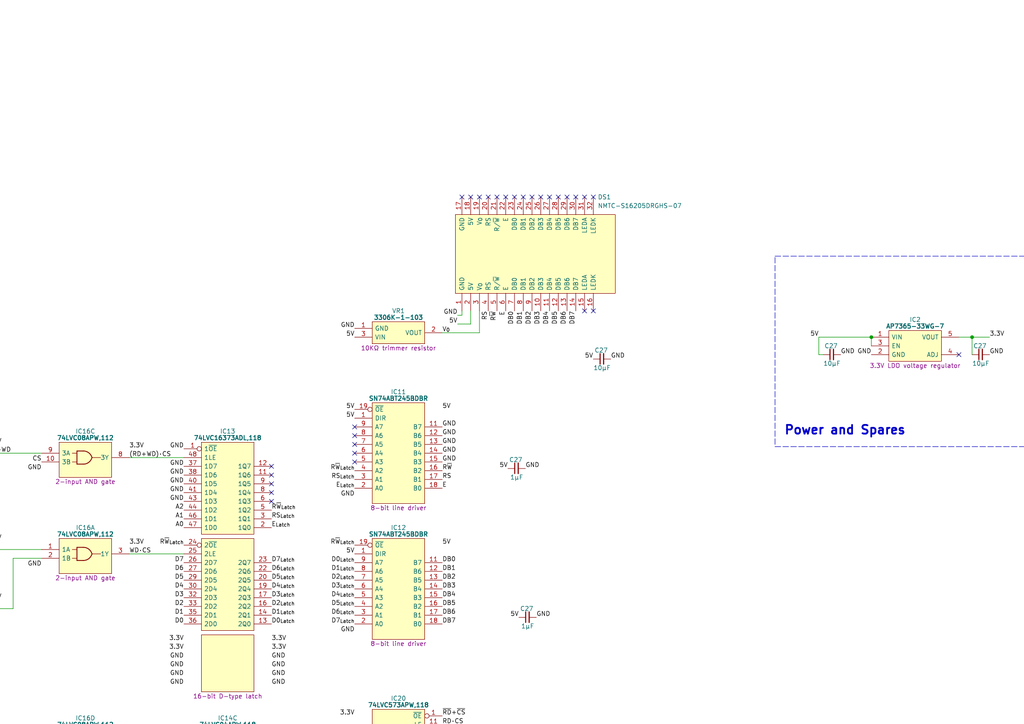
<source format=kicad_sch>
(kicad_sch (version 20230121) (generator eeschema)
  (paper "A4")
  (lib_symbols
    (symbol "Bourns:3306K-1-103" (pin_names (offset 0.762))
      (property "Reference" "VR" (at 12.7 5.08 0))
      (property "Value" "3306K-1-103" (at 12.7 3.175 0))
      (property "Description" "10KΩ trimmer resistor" (at 12.7 -5.715 0))
      (symbol "3306K-1-103_0_0"
        (pin passive line (at 0 0 0) (length 5.08) (name "GND") (number "1"))
        (pin passive line (at 25.4 -1.27 180) (length 5.08) (name "VOUT") (number "2"))
        (pin passive line (at 0 -2.54 0) (length 5.08) (name "VIN") (number "3"))
      )
      (symbol "3306K-1-103_0_1"
        (polyline (pts (xy 5.08 1.905) (xy 20.32 1.905) (xy 20.32 -4.445) (xy 5.08 -4.445) (xy 5.08 1.905)) (stroke (width 0.1524)) (fill (type background)))
      )
    )
    (symbol "C_0805_5" (pin_numbers hide) (pin_names (offset 0.254) hide)
      (property "Reference" "C" (at 2.286 2.54 0))
      (property "Value" "?μF" (at 2.54 -2.54 0))
      (symbol "C_0805_5_0_1"
        (polyline (pts (xy 1.9685 -1.4605) (xy 1.9685 1.5875)) (stroke (width 0.3048)))
        (polyline (pts (xy 2.9845 -1.4605) (xy 2.9845 1.5875)) (stroke (width 0.3302)))
      )
      (symbol "C_0805_5_1_1"
        (pin passive line (at 0 0 0) (length 2.032) (name "~") (number "1"))
        (pin passive line (at 5.08 0 180) (length 2.032) (name "~") (number "2"))
      )
    )
    (symbol "Connector_Generic:Conn_02x16_Counter_Clockwise" (pin_names (offset 1.016) hide)
      (property "Reference" "J" (at 1.27 20.32 0))
      (property "Value" "Conn_02x16_Counter_Clockwise" (at 1.27 -22.86 0))
      (symbol "Conn_02x16_Counter_Clockwise_1_1"
        (rectangle (start -1.27 -20.193) (end 0 -20.447) (stroke (width 0.1524)))
        (rectangle (start -1.27 -17.653) (end 0 -17.907) (stroke (width 0.1524)))
        (rectangle (start -1.27 -15.113) (end 0 -15.367) (stroke (width 0.1524)))
        (rectangle (start -1.27 -12.573) (end 0 -12.827) (stroke (width 0.1524)))
        (rectangle (start -1.27 -10.033) (end 0 -10.287) (stroke (width 0.1524)))
        (rectangle (start -1.27 -7.493) (end 0 -7.747) (stroke (width 0.1524)))
        (rectangle (start -1.27 -4.953) (end 0 -5.207) (stroke (width 0.1524)))
        (rectangle (start -1.27 -2.413) (end 0 -2.667) (stroke (width 0.1524)))
        (rectangle (start -1.27 0.127) (end 0 -0.127) (stroke (width 0.1524)))
        (rectangle (start -1.27 2.667) (end 0 2.413) (stroke (width 0.1524)))
        (rectangle (start -1.27 5.207) (end 0 4.953) (stroke (width 0.1524)))
        (rectangle (start -1.27 7.747) (end 0 7.493) (stroke (width 0.1524)))
        (rectangle (start -1.27 10.287) (end 0 10.033) (stroke (width 0.1524)))
        (rectangle (start -1.27 12.827) (end 0 12.573) (stroke (width 0.1524)))
        (rectangle (start -1.27 15.367) (end 0 15.113) (stroke (width 0.1524)))
        (rectangle (start -1.27 17.907) (end 0 17.653) (stroke (width 0.1524)))
        (rectangle (start -1.27 19.05) (end 3.81 -21.59) (stroke (width 0.254)) (fill (type background)))
        (rectangle (start 3.81 -20.193) (end 2.54 -20.447) (stroke (width 0.1524)))
        (rectangle (start 3.81 -17.653) (end 2.54 -17.907) (stroke (width 0.1524)))
        (rectangle (start 3.81 -15.113) (end 2.54 -15.367) (stroke (width 0.1524)))
        (rectangle (start 3.81 -12.573) (end 2.54 -12.827) (stroke (width 0.1524)))
        (rectangle (start 3.81 -10.033) (end 2.54 -10.287) (stroke (width 0.1524)))
        (rectangle (start 3.81 -7.493) (end 2.54 -7.747) (stroke (width 0.1524)))
        (rectangle (start 3.81 -4.953) (end 2.54 -5.207) (stroke (width 0.1524)))
        (rectangle (start 3.81 -2.413) (end 2.54 -2.667) (stroke (width 0.1524)))
        (rectangle (start 3.81 0.127) (end 2.54 -0.127) (stroke (width 0.1524)))
        (rectangle (start 3.81 2.667) (end 2.54 2.413) (stroke (width 0.1524)))
        (rectangle (start 3.81 5.207) (end 2.54 4.953) (stroke (width 0.1524)))
        (rectangle (start 3.81 7.747) (end 2.54 7.493) (stroke (width 0.1524)))
        (rectangle (start 3.81 10.287) (end 2.54 10.033) (stroke (width 0.1524)))
        (rectangle (start 3.81 12.827) (end 2.54 12.573) (stroke (width 0.1524)))
        (rectangle (start 3.81 15.367) (end 2.54 15.113) (stroke (width 0.1524)))
        (rectangle (start 3.81 17.907) (end 2.54 17.653) (stroke (width 0.1524)))
        (pin passive line (at -5.08 17.78 0) (length 3.81) (name "Pin_1") (number "1"))
        (pin passive line (at -5.08 -5.08 0) (length 3.81) (name "Pin_10") (number "10"))
        (pin passive line (at -5.08 -7.62 0) (length 3.81) (name "Pin_11") (number "11"))
        (pin passive line (at -5.08 -10.16 0) (length 3.81) (name "Pin_12") (number "12"))
        (pin passive line (at -5.08 -12.7 0) (length 3.81) (name "Pin_13") (number "13"))
        (pin passive line (at -5.08 -15.24 0) (length 3.81) (name "Pin_14") (number "14"))
        (pin passive line (at -5.08 -17.78 0) (length 3.81) (name "Pin_15") (number "15"))
        (pin passive line (at -5.08 -20.32 0) (length 3.81) (name "Pin_16") (number "16"))
        (pin passive line (at 7.62 -20.32 180) (length 3.81) (name "Pin_17") (number "17"))
        (pin passive line (at 7.62 -17.78 180) (length 3.81) (name "Pin_18") (number "18"))
        (pin passive line (at 7.62 -15.24 180) (length 3.81) (name "Pin_19") (number "19"))
        (pin passive line (at -5.08 15.24 0) (length 3.81) (name "Pin_2") (number "2"))
        (pin passive line (at 7.62 -12.7 180) (length 3.81) (name "Pin_20") (number "20"))
        (pin passive line (at 7.62 -10.16 180) (length 3.81) (name "Pin_21") (number "21"))
        (pin passive line (at 7.62 -7.62 180) (length 3.81) (name "Pin_22") (number "22"))
        (pin passive line (at 7.62 -5.08 180) (length 3.81) (name "Pin_23") (number "23"))
        (pin passive line (at 7.62 -2.54 180) (length 3.81) (name "Pin_24") (number "24"))
        (pin passive line (at 7.62 0 180) (length 3.81) (name "Pin_25") (number "25"))
        (pin passive line (at 7.62 2.54 180) (length 3.81) (name "Pin_26") (number "26"))
        (pin passive line (at 7.62 5.08 180) (length 3.81) (name "Pin_27") (number "27"))
        (pin passive line (at 7.62 7.62 180) (length 3.81) (name "Pin_28") (number "28"))
        (pin passive line (at 7.62 10.16 180) (length 3.81) (name "Pin_29") (number "29"))
        (pin passive line (at -5.08 12.7 0) (length 3.81) (name "Pin_3") (number "3"))
        (pin passive line (at 7.62 12.7 180) (length 3.81) (name "Pin_30") (number "30"))
        (pin passive line (at 7.62 15.24 180) (length 3.81) (name "Pin_31") (number "31"))
        (pin passive line (at 7.62 17.78 180) (length 3.81) (name "Pin_32") (number "32"))
        (pin passive line (at -5.08 10.16 0) (length 3.81) (name "Pin_4") (number "4"))
        (pin passive line (at -5.08 7.62 0) (length 3.81) (name "Pin_5") (number "5"))
        (pin passive line (at -5.08 5.08 0) (length 3.81) (name "Pin_6") (number "6"))
        (pin passive line (at -5.08 2.54 0) (length 3.81) (name "Pin_7") (number "7"))
        (pin passive line (at -5.08 0 0) (length 3.81) (name "Pin_8") (number "8"))
        (pin passive line (at -5.08 -2.54 0) (length 3.81) (name "Pin_9") (number "9"))
      )
    )
    (symbol "Diodes_Inc:AP7365-33WG-7" (pin_names (offset 0.762))
      (property "Reference" "IC" (at 12.7 5.08 0))
      (property "Value" "AP7365-33WG-7" (at 12.7 3.175 0))
      (property "Description" "3.3V LDO voltage regulator" (at 12.7 -8.255 0))
      (symbol "AP7365-33WG-7_0_0"
        (pin passive line (at 0 0 0) (length 5.08) (name "VIN") (number "1"))
        (pin passive line (at 0 -5.08 0) (length 5.08) (name "GND") (number "2"))
        (pin input line (at 0 -2.54 0) (length 5.08) (name "EN") (number "3"))
        (pin passive line (at 25.4 -5.08 180) (length 5.08) (name "ADJ") (number "4"))
        (pin passive line (at 25.4 0 180) (length 5.08) (name "VOUT") (number "5"))
      )
      (symbol "AP7365-33WG-7_0_1"
        (polyline (pts (xy 5.08 1.905) (xy 20.32 1.905) (xy 20.32 -6.985) (xy 5.08 -6.985) (xy 5.08 1.905)) (fill (type background)))
      )
    )
    (symbol "NMTC:NMTC-S16205DRGHS-07" (pin_names (offset 0.762))
      (property "Reference" "DS" (at 35.56 -21.59 0))
      (property "Value" "NMTC-S16205DRGHS-07" (at 35.56 -24.13 0))
      (symbol "NMTC-S16205DRGHS-07_0_0"
        (pin passive line (at -3.81 -54.61 90) (length 5.08) (name "GND") (number "1"))
        (pin bidirectional line (at 19.05 -54.61 90) (length 5.08) (name "DB3") (number "10"))
        (pin bidirectional line (at 21.59 -54.61 90) (length 5.08) (name "DB4") (number "11"))
        (pin bidirectional line (at 24.13 -54.61 90) (length 5.08) (name "DB5") (number "12"))
        (pin bidirectional line (at 26.67 -54.61 90) (length 5.08) (name "DB6") (number "13"))
        (pin bidirectional line (at 29.21 -54.61 90) (length 5.08) (name "DB7") (number "14"))
        (pin passive line (at 31.75 -54.61 90) (length 5.08) (name "LEDA") (number "15"))
        (pin passive line (at 34.29 -54.61 90) (length 5.08) (name "LEDK") (number "16"))
        (pin passive line (at -3.81 -21.59 270) (length 5.08) (name "GND") (number "17"))
        (pin passive line (at -1.27 -21.59 270) (length 5.08) (name "5V") (number "18"))
        (pin passive line (at 1.27 -21.59 270) (length 5.08) (name "V_{O}") (number "19"))
        (pin passive line (at -1.27 -54.61 90) (length 5.08) (name "5V") (number "2"))
        (pin input line (at 3.81 -21.59 270) (length 5.08) (name "RS") (number "20"))
        (pin input line (at 6.35 -21.59 270) (length 5.08) (name "R/~{W}") (number "21"))
        (pin input line (at 8.89 -21.59 270) (length 5.08) (name "E") (number "22"))
        (pin bidirectional line (at 11.43 -21.59 270) (length 5.08) (name "DB0") (number "23"))
        (pin bidirectional line (at 13.97 -21.59 270) (length 5.08) (name "DB1") (number "24"))
        (pin bidirectional line (at 16.51 -21.59 270) (length 5.08) (name "DB2") (number "25"))
        (pin bidirectional line (at 19.05 -21.59 270) (length 5.08) (name "DB3") (number "26"))
        (pin bidirectional line (at 21.59 -21.59 270) (length 5.08) (name "DB4") (number "27"))
        (pin bidirectional line (at 24.13 -21.59 270) (length 5.08) (name "DB5") (number "28"))
        (pin bidirectional line (at 26.67 -21.59 270) (length 5.08) (name "DB6") (number "29"))
        (pin passive line (at 1.27 -54.61 90) (length 5.08) (name "V_{O}") (number "3"))
        (pin bidirectional line (at 29.21 -21.59 270) (length 5.08) (name "DB7") (number "30"))
        (pin passive line (at 31.75 -21.59 270) (length 5.08) (name "LEDA") (number "31"))
        (pin passive line (at 34.29 -21.59 270) (length 5.08) (name "LEDK") (number "32"))
        (pin input line (at 3.81 -54.61 90) (length 5.08) (name "RS") (number "4"))
        (pin input line (at 6.35 -54.61 90) (length 5.08) (name "R/~{W}") (number "5"))
        (pin input line (at 8.89 -54.61 90) (length 5.08) (name "E") (number "6"))
        (pin bidirectional line (at 11.43 -54.61 90) (length 5.08) (name "DB0") (number "7"))
        (pin bidirectional line (at 13.97 -54.61 90) (length 5.08) (name "DB1") (number "8"))
        (pin bidirectional line (at 16.51 -54.61 90) (length 5.08) (name "DB2") (number "9"))
      )
      (symbol "NMTC-S16205DRGHS-07_0_1"
        (polyline (pts (xy -5.715 -49.53) (xy -5.715 -26.67) (xy 40.64 -26.67) (xy 40.64 -49.53) (xy -5.715 -49.53)) (stroke (width 0.1524)) (fill (type background)))
      )
    )
    (symbol "Nexperia:74LVC04APW,118_Multi" (pin_names (offset 0.762))
      (property "Reference" "IC" (at 12.7 7.62 0))
      (property "Value" "74LVC04APW,118" (at 12.7 5.715 0))
      (property "Description" "6-input inverter" (at 12.7 -5.715 0))
      (symbol "74LVC04APW,118_Multi_0_0"
        (pin passive line (at 25.4 2.54 180) (length 5.08) hide (name "3V") (number "14"))
        (pin passive line (at 0 -2.54 0) (length 5.08) hide (name "GND") (number "7"))
      )
      (symbol "74LVC04APW,118_Multi_0_1"
        (polyline (pts (xy 9.525 0) (xy 10.7949 0)))
        (polyline (pts (xy 14.351 0) (xy 15.875 0)))
        (polyline (pts (xy 10.795 -1.016) (xy 13.335 0) (xy 10.795 1.016)) (stroke (width 0.254)))
        (polyline (pts (xy 5.08 4.445) (xy 20.32 4.445) (xy 20.32 -4.445) (xy 5.08 -4.445) (xy 5.08 4.445)) (stroke (width 0.1524)) (fill (type background)))
        (rectangle (start 10.795 1.016) (end 10.795 -1.016) (stroke (width 0.254)) (fill (type background)))
        (circle (center 13.843 0) (radius 0.508) (stroke (width 0.254)))
      )
      (symbol "74LVC04APW,118_Multi_1_0"
        (pin input line (at 0 0 0) (length 5.08) (name "1A") (number "1"))
        (pin output inverted (at 25.4 0 180) (length 5.08) (name "1Y") (number "2"))
      )
      (symbol "74LVC04APW,118_Multi_2_0"
        (pin input line (at 0 0 0) (length 5.08) (name "2A") (number "3"))
        (pin output inverted (at 25.4 0 180) (length 5.08) (name "2Y") (number "4"))
      )
      (symbol "74LVC04APW,118_Multi_3_0"
        (pin input line (at 0 0 0) (length 5.08) (name "3A") (number "5"))
        (pin output inverted (at 25.4 0 180) (length 5.08) (name "3Y") (number "6"))
      )
      (symbol "74LVC04APW,118_Multi_4_0"
        (pin output inverted (at 25.4 0 180) (length 5.08) (name "4Y") (number "8"))
        (pin input line (at 0 0 0) (length 5.08) (name "4A") (number "9"))
      )
      (symbol "74LVC04APW,118_Multi_5_0"
        (pin output inverted (at 25.4 0 180) (length 5.08) (name "5Y") (number "10"))
        (pin input line (at 0 0 0) (length 5.08) (name "5A") (number "11"))
      )
      (symbol "74LVC04APW,118_Multi_6_0"
        (pin output inverted (at 25.4 0 180) (length 5.08) (name "6Y") (number "12"))
        (pin input line (at 0 0 0) (length 5.08) (name "6A") (number "13"))
      )
    )
    (symbol "Nexperia:74LVC08APW,112_Multi" (pin_names (offset 0.762))
      (property "Reference" "IC" (at 12.7 6.35 0))
      (property "Value" "74LVC08APW,112" (at 12.7 4.445 0))
      (property "Description" "2-input AND gate" (at 12.7 -8.255 0))
      (symbol "74LVC08APW,112_Multi_0_0"
        (pin passive line (at 25.4 1.27 180) (length 5.08) hide (name "3V") (number "14"))
        (pin passive line (at 0 -5.08 0) (length 5.08) hide (name "GND") (number "7"))
      )
      (symbol "74LVC08APW,112_Multi_0_1"
        (polyline (pts (xy 8.89 -2.54) (xy 10.1599 -2.54)))
        (polyline (pts (xy 8.89 0) (xy 10.1599 0)))
        (polyline (pts (xy 10.248 0.635) (xy 10.248 -3.175)) (stroke (width 0.254)) (fill (type background)))
        (polyline (pts (xy 12.065 -3.175) (xy 10.248 -3.175)) (stroke (width 0.254)) (fill (type background)))
        (polyline (pts (xy 12.065 0.635) (xy 10.248 0.635)) (stroke (width 0.254)) (fill (type background)))
        (polyline (pts (xy 14.605 -1.27) (xy 17.145 -1.27)))
        (polyline (pts (xy 5.08 3.175) (xy 20.32 3.175) (xy 20.32 -6.985) (xy 5.08 -6.985) (xy 5.08 3.175)) (stroke (width 0.1524)) (fill (type background)))
        (arc (start 12.065 -3.175) (mid 13.6634 -2.6604) (end 14.605 -1.27) (stroke (width 0.254)))
        (arc (start 14.605 -1.27) (mid 13.6646 0.122) (end 12.065 0.635) (stroke (width 0.254)))
      )
      (symbol "74LVC08APW,112_Multi_1_0"
        (pin input line (at 0 0 0) (length 5.08) (name "1A") (number "1"))
        (pin input line (at 0 -2.54 0) (length 5.08) (name "1B") (number "2"))
        (pin passive line (at 25.4 -1.27 180) (length 5.08) (name "1Y") (number "3"))
      )
      (symbol "74LVC08APW,112_Multi_2_0"
        (pin input line (at 0 0 0) (length 5.08) (name "2A") (number "4"))
        (pin input line (at 0 -2.54 0) (length 5.08) (name "2B") (number "5"))
        (pin output line (at 25.4 -1.27 180) (length 5.08) (name "2Y") (number "6"))
      )
      (symbol "74LVC08APW,112_Multi_3_0"
        (pin input line (at 0 -2.54 0) (length 5.08) (name "3B") (number "10"))
        (pin output line (at 25.4 -1.27 180) (length 5.08) (name "3Y") (number "8"))
        (pin input line (at 0 0 0) (length 5.08) (name "3A") (number "9"))
      )
      (symbol "74LVC08APW,112_Multi_4_0"
        (pin output line (at 25.4 -1.27 180) (length 5.08) (name "4Y") (number "11"))
        (pin input line (at 0 0 0) (length 5.08) (name "4A") (number "12"))
        (pin input line (at 0 -2.54 0) (length 5.08) (name "4B") (number "13"))
      )
    )
    (symbol "Nexperia:74LVC16373ADL,118" (pin_names (offset 0.762))
      (property "Reference" "IC" (at 12.7 5.08 0))
      (property "Value" "74LVC16373ADL,118" (at 12.7 3.175 0))
      (property "Description" "16-bit D-type latch" (at 12.7 -71.755 0))
      (symbol "74LVC16373ADL,118_0_0"
        (pin input inverted (at 0 0 0) (length 5.08) (name "1~{OE}") (number "1"))
        (pin tri_state line (at 25.4 -7.62 180) (length 5.08) (name "1Q6") (number "11"))
        (pin tri_state line (at 25.4 -5.08 180) (length 5.08) (name "1Q7") (number "12"))
        (pin tri_state line (at 25.4 -50.8 180) (length 5.08) (name "2Q0") (number "13"))
        (pin tri_state line (at 25.4 -48.26 180) (length 5.08) (name "2Q1") (number "14"))
        (pin tri_state line (at 25.4 -45.72 180) (length 5.08) (name "2Q2") (number "16"))
        (pin tri_state line (at 25.4 -43.18 180) (length 5.08) (name "2Q3") (number "17"))
        (pin tri_state line (at 25.4 -40.64 180) (length 5.08) (name "2Q4") (number "19"))
        (pin tri_state line (at 25.4 -22.86 180) (length 5.08) (name "1Q0") (number "2"))
        (pin tri_state line (at 25.4 -38.1 180) (length 5.08) (name "2Q5") (number "20"))
        (pin tri_state line (at 25.4 -35.56 180) (length 5.08) (name "2Q6") (number "22"))
        (pin tri_state line (at 25.4 -33.02 180) (length 5.08) (name "2Q7") (number "23"))
        (pin input inverted (at 0 -27.94 0) (length 5.08) (name "2~{OE}") (number "24"))
        (pin input line (at 0 -30.48 0) (length 5.08) (name "2LE") (number "25"))
        (pin input line (at 0 -33.02 0) (length 5.08) (name "2D7") (number "26"))
        (pin input line (at 0 -35.56 0) (length 5.08) (name "2D6") (number "27"))
        (pin input line (at 0 -38.1 0) (length 5.08) (name "2D5") (number "29"))
        (pin tri_state line (at 25.4 -20.32 180) (length 5.08) (name "1Q1") (number "3"))
        (pin input line (at 0 -40.64 0) (length 5.08) (name "2D4") (number "30"))
        (pin input line (at 0 -43.18 0) (length 5.08) (name "2D3") (number "32"))
        (pin input line (at 0 -45.72 0) (length 5.08) (name "2D2") (number "33"))
        (pin input line (at 0 -48.26 0) (length 5.08) (name "2D1") (number "35"))
        (pin input line (at 0 -50.8 0) (length 5.08) (name "2D0") (number "36"))
        (pin input line (at 0 -5.08 0) (length 5.08) (name "1D7") (number "37"))
        (pin input line (at 0 -10.16 0) (length 5.08) (name "1D5") (number "40"))
        (pin input line (at 0 -12.7 0) (length 5.08) (name "1D4") (number "41"))
        (pin input line (at 0 -15.24 0) (length 5.08) (name "1D3") (number "43"))
        (pin input line (at 0 -17.78 0) (length 5.08) (name "1D2") (number "44"))
        (pin input line (at 0 -20.32 0) (length 5.08) (name "1D1") (number "46"))
        (pin input line (at 0 -22.86 0) (length 5.08) (name "1D0") (number "47"))
        (pin input line (at 0 -2.54 0) (length 5.08) (name "1LE") (number "48"))
        (pin tri_state line (at 25.4 -17.78 180) (length 5.08) (name "1Q2") (number "5"))
        (pin tri_state line (at 25.4 -15.24 180) (length 5.08) (name "1Q3") (number "6"))
        (pin tri_state line (at 25.4 -12.7 180) (length 5.08) (name "1Q4") (number "8"))
        (pin tri_state line (at 25.4 -10.16 180) (length 5.08) (name "1Q5") (number "9"))
      )
      (symbol "74LVC16373ADL,118_0_1"
        (polyline (pts (xy 5.08 -53.975) (xy 20.32 -53.975) (xy 20.32 -70.485) (xy 5.08 -70.485) (xy 5.08 -53.975)) (stroke (width 0.1524)) (fill (type background)))
        (polyline (pts (xy 5.08 -26.035) (xy 20.32 -26.035) (xy 20.32 -52.705) (xy 5.08 -52.705) (xy 5.08 -26.035)) (stroke (width 0.1524)) (fill (type background)))
        (polyline (pts (xy 5.08 1.905) (xy 20.32 1.905) (xy 20.32 -24.765) (xy 5.08 -24.765) (xy 5.08 1.905)) (stroke (width 0.1524)) (fill (type background)))
      )
      (symbol "74LVC16373ADL,118_1_0"
        (pin passive line (at 0 -63.5 0) (length 5.08) hide (name "GND") (number "10"))
        (pin passive line (at 0 -66.04 0) (length 5.08) hide (name "GND") (number "15"))
        (pin passive line (at 0 -58.42 0) (length 5.08) hide (name "3V") (number "18"))
        (pin passive line (at 0 -68.58 0) (length 5.08) hide (name "GND") (number "21"))
        (pin passive line (at 25.4 -68.58 180) (length 5.08) hide (name "GND") (number "28"))
        (pin passive line (at 25.4 -58.42 180) (length 5.08) hide (name "3V") (number "31"))
        (pin passive line (at 25.4 -66.04 180) (length 5.08) hide (name "GND") (number "34"))
        (pin input line (at 0 -7.62 0) (length 5.08) (name "1D6") (number "38"))
        (pin passive line (at 25.4 -63.5 180) (length 5.08) hide (name "GND") (number "39"))
        (pin passive line (at 0 -60.96 0) (length 5.08) hide (name "GND") (number "4"))
        (pin passive line (at 25.4 -55.88 180) (length 5.08) hide (name "3V") (number "42"))
        (pin passive line (at 25.4 -60.96 180) (length 5.08) hide (name "GND") (number "45"))
        (pin passive line (at 0 -55.88 0) (length 5.08) hide (name "3V") (number "7"))
      )
    )
    (symbol "Nexperia:74LVC573APW,118" (pin_names (offset 0.762))
      (property "Reference" "IC" (at 12.7 5.08 0))
      (property "Value" "74LVC573APW,118" (at 12.7 3.175 0))
      (property "Description" "8-bit D-type latch" (at 12.7 -28.575 0))
      (symbol "74LVC573APW,118_0_0"
        (pin input inverted (at 0 0 0) (length 5.08) (name "~{OE}") (number "1"))
        (pin passive line (at 0 -25.4 0) (length 5.08) hide (name "GND") (number "10"))
        (pin input line (at 0 -2.54 0) (length 5.08) (name "LE") (number "11"))
        (pin tri_state line (at 25.4 -5.08 180) (length 5.08) (name "Q7") (number "12"))
        (pin tri_state line (at 25.4 -7.62 180) (length 5.08) (name "Q6") (number "13"))
        (pin tri_state line (at 25.4 -10.16 180) (length 5.08) (name "Q5") (number "14"))
        (pin tri_state line (at 25.4 -12.7 180) (length 5.08) (name "Q4") (number "15"))
        (pin tri_state line (at 25.4 -15.24 180) (length 5.08) (name "Q3") (number "16"))
        (pin tri_state line (at 25.4 -17.78 180) (length 5.08) (name "Q2") (number "17"))
        (pin tri_state line (at 25.4 -20.32 180) (length 5.08) (name "Q1") (number "18"))
        (pin tri_state line (at 25.4 -22.86 180) (length 5.08) (name "Q0") (number "19"))
        (pin input line (at 0 -22.86 0) (length 5.08) (name "D0") (number "2"))
        (pin passive line (at 25.4 0 180) (length 5.08) hide (name "3V") (number "20"))
        (pin input line (at 0 -20.32 0) (length 5.08) (name "D1") (number "3"))
        (pin input line (at 0 -17.78 0) (length 5.08) (name "D2") (number "4"))
        (pin input line (at 0 -15.24 0) (length 5.08) (name "D3") (number "5"))
        (pin input line (at 0 -12.7 0) (length 5.08) (name "D4") (number "6"))
        (pin input line (at 0 -10.16 0) (length 5.08) (name "D5") (number "7"))
        (pin input line (at 0 -7.62 0) (length 5.08) (name "D6") (number "8"))
        (pin input line (at 0 -5.08 0) (length 5.08) (name "D7") (number "9"))
      )
      (symbol "74LVC573APW,118_0_1"
        (polyline (pts (xy 5.08 1.905) (xy 20.32 1.905) (xy 20.32 -27.305) (xy 5.08 -27.305) (xy 5.08 1.905)) (stroke (width 0.1524)) (fill (type background)))
      )
    )
    (symbol "Texas_Instruments:SN74ABT245BDBR" (pin_names (offset 0.762))
      (property "Reference" "IC" (at 12.7 5.08 0))
      (property "Value" "SN74ABT245BDBR" (at 12.7 3.175 0))
      (property "Description" "8-bit line driver" (at 12.7 -28.575 0))
      (symbol "SN74ABT245BDBR_0_0"
        (pin input line (at 0 -2.54 0) (length 5.08) (name "DIR") (number "1"))
        (pin passive line (at 0 -25.4 0) (length 5.08) hide (name "GND") (number "10"))
        (pin tri_state line (at 25.4 -5.08 180) (length 5.08) (name "B7") (number "11"))
        (pin tri_state line (at 25.4 -7.62 180) (length 5.08) (name "B6") (number "12"))
        (pin tri_state line (at 25.4 -10.16 180) (length 5.08) (name "B5") (number "13"))
        (pin tri_state line (at 25.4 -12.7 180) (length 5.08) (name "B4") (number "14"))
        (pin tri_state line (at 25.4 -15.24 180) (length 5.08) (name "B3") (number "15"))
        (pin tri_state line (at 25.4 -17.78 180) (length 5.08) (name "B2") (number "16"))
        (pin tri_state line (at 25.4 -20.32 180) (length 5.08) (name "B1") (number "17"))
        (pin tri_state line (at 25.4 -22.86 180) (length 5.08) (name "B0") (number "18"))
        (pin input inverted (at 0 0 0) (length 5.08) (name "~{OE}") (number "19"))
        (pin tri_state line (at 0 -22.86 0) (length 5.08) (name "A0") (number "2"))
        (pin passive line (at 25.4 0 180) (length 5.08) hide (name "5V") (number "20"))
        (pin tri_state line (at 0 -20.32 0) (length 5.08) (name "A1") (number "3"))
        (pin tri_state line (at 0 -17.78 0) (length 5.08) (name "A2") (number "4"))
        (pin tri_state line (at 0 -15.24 0) (length 5.08) (name "A3") (number "5"))
        (pin tri_state line (at 0 -12.7 0) (length 5.08) (name "A4") (number "6"))
        (pin tri_state line (at 0 -10.16 0) (length 5.08) (name "A5") (number "7"))
        (pin tri_state line (at 0 -7.62 0) (length 5.08) (name "A6") (number "8"))
        (pin tri_state line (at 0 -5.08 0) (length 5.08) (name "A7") (number "9"))
      )
      (symbol "SN74ABT245BDBR_0_1"
        (polyline (pts (xy 5.08 1.905) (xy 20.32 1.905) (xy 20.32 -27.305) (xy 5.08 -27.305) (xy 5.08 1.905)) (stroke (width 0.1524)) (fill (type background)))
      )
    )
  )
  (junction (at 252.73 97.79))
  (junction (at 281.94 97.79))
  (no_connect (at 102.87 133.985))
  (no_connect (at 102.87 128.905))
  (no_connect (at 159.385 57.15))
  (no_connect (at 172.085 90.17))
  (no_connect (at 278.13 102.87))
  (no_connect (at -123.19 210.82))
  (no_connect (at 78.74 140.335))
  (no_connect (at 78.74 137.795))
  (no_connect (at 133.985 57.15))
  (no_connect (at -123.19 203.2))
  (no_connect (at 156.845 57.15))
  (no_connect (at -123.19 205.74))
  (no_connect (at 141.605 57.15))
  (no_connect (at 169.545 90.17))
  (no_connect (at 102.87 126.365))
  (no_connect (at -123.19 218.44))
  (no_connect (at -123.19 180.34))
  (no_connect (at 102.87 131.445))
  (no_connect (at 78.74 135.255))
  (no_connect (at 139.065 57.15))
  (no_connect (at 136.525 57.15))
  (no_connect (at 172.085 57.15))
  (no_connect (at 149.225 57.15))
  (no_connect (at 144.145 57.15))
  (no_connect (at 161.925 57.15))
  (no_connect (at 154.305 57.15))
  (no_connect (at -123.19 208.28))
  (no_connect (at -135.89 193.04))
  (no_connect (at 169.545 57.15))
  (no_connect (at 333.375 118.11))
  (no_connect (at 78.74 145.415))
  (no_connect (at -135.89 180.34))
  (no_connect (at 167.005 57.15))
  (no_connect (at 151.765 57.15))
  (no_connect (at -123.19 213.36))
  (no_connect (at 146.685 57.15))
  (no_connect (at 78.74 142.875))
  (no_connect (at 102.87 123.825))
  (no_connect (at 164.465 57.15))
  (wire (pts (xy 3.81 176.53) (xy -3.81 176.53)))
  (wire (pts (xy 37.465 132.715) (xy 53.34 132.715)))
  (wire (pts (xy 136.525 93.98) (xy 132.715 93.98)))
  (wire (pts (xy 37.465 215.9) (xy 53.34 215.9)))
  (wire (pts (xy -3.81 131.445) (xy 12.065 131.445)))
  (wire (pts (xy 237.49 97.79) (xy 252.73 97.79)))
  (wire (pts (xy 278.13 97.79) (xy 281.94 97.79)))
  (wire (pts (xy 281.94 102.87) (xy 281.94 97.79)))
  (wire (pts (xy 133.985 90.17) (xy 133.985 91.44)))
  (wire (pts (xy 139.065 90.17) (xy 139.065 96.52)))
  (wire (pts (xy 12.065 161.925) (xy 3.81 161.925)))
  (wire (pts (xy 281.94 97.79) (xy 287.02 97.79)))
  (wire (pts (xy -3.81 217.17) (xy 12.065 217.17)))
  (wire (pts (xy 128.27 96.52) (xy 139.065 96.52)))
  (wire (pts (xy -3.81 159.385) (xy 12.065 159.385)))
  (wire (pts (xy 237.49 102.87) (xy 238.76 102.87)))
  (wire (pts (xy 136.525 90.17) (xy 136.525 93.98)))
  (wire (pts (xy 133.985 91.44) (xy 132.715 91.44)))
  (wire (pts (xy 237.49 97.79) (xy 237.49 102.87)))
  (wire (pts (xy 252.73 97.79) (xy 252.73 100.33)))
  (wire (pts (xy -45.085 131.445) (xy -29.21 131.445)))
  (wire (pts (xy 3.81 161.925) (xy 3.81 176.53)))
  (wire (pts (xy 37.465 160.655) (xy 53.34 160.655)))
  (rectangle (start 224.79 74.295) (end 339.725 129.54) (stroke (width 0) (type dash)))
  (text "Power and Spares" (at 227.33 126.365 0) (effects (font (size 2.54 2.54) (thickness 0.508) bold) (justify left bottom)))
  (label "GND" (at 307.975 118.11 180))
  (label "D0_{Latch}" (at 102.87 163.195 180))
  (label "D5" (at -135.89 210.82 180))
  (label "GND" (at -123.19 187.96 0))
  (label "D7" (at 53.34 163.195 180))
  (label "3.3V" (at 74.93 241.935 180))
  (label "A0" (at -123.19 193.04 0))
  (label "DB5" (at 128.27 225.425 0))
  (label "DB2" (at 128.27 217.805 0))
  (label "RS_{Latch}" (at 102.87 139.065 180))
  (label "DB7" (at 167.005 90.17 270))
  (label "~{RD}" (at -70.485 130.175 180))
  (label "GND" (at -29.21 161.925 180))
  (label "GND" (at 307.975 120.65 180))
  (label "R~{W}" (at 128.27 136.525 0))
  (label "DB4" (at 128.27 222.885 0))
  (label "DB0" (at 128.27 212.725 0))
  (label "D5" (at 53.34 168.275 180))
  (label "DB7" (at 128.27 230.505 0))
  (label "GND" (at -15.875 243.205 0))
  (label "GND" (at 53.34 137.795 180))
  (label "E_{Latch}" (at 78.74 153.035 0))
  (label "WD·CS" (at 37.465 160.655 0))
  (label "3.3V" (at -3.81 128.905 0))
  (label "5V" (at 128.27 118.745 0))
  (label "CS" (at 12.065 133.985 180))
  (label "E_{Latch}" (at 102.87 141.605 180))
  (label "(RD+WD)·CS" (at 37.465 132.715 0))
  (label "D4" (at -135.89 208.28 180))
  (label "D6_{Latch}" (at 102.87 178.435 180))
  (label "GND" (at 128.27 233.045 0))
  (label "D7_{Latch}" (at 78.74 163.195 0))
  (label "GND" (at 152.4 135.89 0))
  (label "5V" (at 150.495 179.07 180))
  (label "3.3V" (at 287.02 97.79 0))
  (label "D1_{Latch}" (at 102.87 165.735 180))
  (label "DB3" (at 128.27 220.345 0))
  (label "3.3V" (at 37.465 213.36 0))
  (label "A1" (at -123.19 195.58 0))
  (label "3.3V" (at 37.465 130.175 0))
  (label "RD" (at -3.81 217.17 0))
  (label "3.3V" (at 37.465 158.115 0))
  (label "DB5" (at 161.925 90.17 270))
  (label "5V" (at 147.32 135.89 180))
  (label "D1" (at 102.87 215.265 180))
  (label "DB3" (at 128.27 170.815 0))
  (label "D6" (at -135.89 213.36 180))
  (label "D3" (at -135.89 205.74 180))
  (label "D5_{Latch}" (at 102.87 175.895 180))
  (label "3.3V" (at 102.87 207.645 180))
  (label "GND" (at -29.21 179.07 180))
  (label "GND" (at -29.21 219.71 180))
  (label "E" (at 146.685 90.17 270))
  (label "GND" (at 177.165 104.14 0))
  (label "DB6" (at 128.27 227.965 0))
  (label "GND" (at 78.74 198.755 0))
  (label "D3_{Latch}" (at 78.74 173.355 0))
  (label "5V" (at -123.19 200.66 0))
  (label "D3_{Latch}" (at 102.87 170.815 180))
  (label "RD·CS" (at 37.465 215.9 0))
  (label "5V" (at 102.87 97.79 180))
  (label "GND" (at -29.21 133.985 180))
  (label "GND" (at 128.27 126.365 0))
  (label "CS" (at 12.065 214.63 180))
  (label "R~{W}_{Latch}" (at 102.87 158.115 180))
  (label "D4_{Latch}" (at 102.87 173.355 180))
  (label "GND" (at 128.27 128.905 0))
  (label "D2" (at 53.34 175.895 180))
  (label "GND" (at -135.89 215.9 180))
  (label "GND" (at 287.02 102.87 0))
  (label "DB1" (at 128.27 215.265 0))
  (label "GND" (at 132.715 91.44 180))
  (label "5V" (at 102.87 121.285 180))
  (label "RD+WD" (at -3.81 131.445 0))
  (label "GND" (at 78.74 193.675 0))
  (label "3.3V" (at -3.81 214.63 0))
  (label "GND" (at 53.34 145.415 180))
  (label "D4" (at 53.34 170.815 180))
  (label "DB2" (at 154.305 90.17 270))
  (label "DB1" (at 151.765 90.17 270))
  (label "A2" (at 53.34 147.955 180))
  (label "GND" (at -123.19 182.88 0))
  (label "3.3V" (at -3.81 173.99 0))
  (label "GND" (at 53.34 142.875 180))
  (label "3.3V" (at -3.81 156.845 0))
  (label "3.3V" (at 53.34 188.595 180))
  (label "Device ~{CS}" (at -135.89 190.5 180))
  (label "GND" (at 53.34 193.675 180))
  (label "E" (at 128.27 141.605 0))
  (label "A1" (at 53.34 150.495 180))
  (label "3.3V" (at 78.74 188.595 0))
  (label "V_{0}" (at 128.27 96.52 0))
  (label "GND" (at 53.34 198.755 180))
  (label "3.3V" (at -20.955 243.205 180))
  (label "3.3V" (at 333.375 115.57 0))
  (label "DB0" (at 128.27 163.195 0))
  (label "GND" (at 53.34 140.335 180))
  (label "R~{W}_{Latch}" (at 53.34 158.115 180))
  (label "3.3V" (at 59.055 241.935 180))
  (label "DB4" (at 159.385 90.17 270))
  (label "DB0" (at 149.225 90.17 270))
  (label "DB3" (at 156.845 90.17 270))
  (label "3.3V" (at 27.305 242.57 180))
  (label "GND" (at 78.74 191.135 0))
  (label "D1" (at -135.89 200.66 180))
  (label "GND" (at 243.84 102.87 0))
  (label "5V" (at 102.87 118.745 180))
  (label "GND" (at 12.065 136.525 180))
  (label "Device ~{CS}" (at -29.21 159.385 180))
  (label "GND" (at -70.485 135.255 180))
  (label "5V" (at 172.085 104.14 180))
  (label "3.3V" (at 53.34 186.055 180))
  (label "GND" (at 155.575 179.07 0))
  (label "5V" (at 237.49 97.79 180))
  (label "5V" (at 128.27 158.115 0))
  (label "GND" (at 12.065 219.71 180))
  (label "R~{W}_{Latch}" (at 78.74 147.955 0))
  (label "D5" (at 102.87 225.425 180))
  (label "R~{W}" (at 144.145 90.17 270))
  (label "A0" (at 53.34 153.035 180))
  (label "GND" (at 53.34 191.135 180))
  (label "GND" (at -135.89 182.88 180))
  (label "D6_{Latch}" (at 78.74 165.735 0))
  (label "DB7" (at 128.27 180.975 0))
  (label "A2" (at -123.19 198.12 0))
  (label "R~{W}_{Latch}" (at 102.87 136.525 180))
  (label "GND" (at 53.34 135.255 180))
  (label "~{RD}" (at -135.89 185.42 180))
  (label "D2_{Latch}" (at 78.74 175.895 0))
  (label "GND" (at -123.19 185.42 0))
  (label "GND" (at 102.87 183.515 180))
  (label "D5_{Latch}" (at 78.74 168.275 0))
  (label "3.3V" (at 78.74 213.36 0))
  (label "DB1" (at 128.27 165.735 0))
  (label "GND" (at 78.74 196.215 0))
  (label "DB2" (at 128.27 168.275 0))
  (label "D7" (at -135.89 218.44 180))
  (label "GND" (at 102.87 95.25 180))
  (label "GND" (at 102.87 144.145 180))
  (label "GND" (at 128.27 123.825 0))
  (label "D0" (at -135.89 195.58 180))
  (label "D1_{Latch}" (at 78.74 178.435 0))
  (label "D1" (at 53.34 178.435 180))
  (label "D4" (at 102.87 222.885 180))
  (label "RS" (at 128.27 139.065 0))
  (label "GND" (at 128.27 131.445 0))
  (label "5V" (at 102.87 160.655 180))
  (label "~{WD}" (at -29.21 176.53 180))
  (label "GND" (at 80.01 241.935 0))
  (label "D4_{Latch}" (at 78.74 170.815 0))
  (label "RS" (at 141.605 90.17 270))
  (label "D0" (at 53.34 180.975 180))
  (label "GND" (at 252.73 102.87 180))
  (label "~{WD}" (at -135.89 187.96 180))
  (label "D6" (at 53.34 165.735 180))
  (label "~{WD}" (at -70.485 132.715 180))
  (label "GND" (at 128.27 133.985 0))
  (label "~{RD}" (at -29.21 217.17 180))
  (label "5V" (at -135.89 198.12 180))
  (label "3.3V" (at -45.085 128.905 0))
  (label "~{RD}+~{CS}" (at 78.74 215.9 0))
  (label "D2_{Latch}" (at 102.87 168.275 180))
  (label "D7_{Latch}" (at 102.87 180.975 180))
  (label "3.3V" (at 78.74 186.055 0))
  (label "D7" (at 102.87 230.505 180))
  (label "GND" (at 53.34 218.44 180))
  (label "GND" (at 64.135 241.935 0))
  (label "RS_{Latch}" (at 78.74 150.495 0))
  (label "GND" (at -123.19 190.5 0))
  (label "5V" (at 132.715 93.98 180))
  (label "D0" (at 102.87 212.725 180))
  (label "D3" (at 53.34 173.355 180))
  (label "~{RD}·~{WD}" (at -45.085 131.445 0))
  (label "WD" (at -3.81 176.53 0))
  (label "D2" (at -135.89 203.2 180))
  (label "RD·CS" (at 128.27 210.185 0))
  (label "GND" (at 53.34 130.175 180))
  (label "GND" (at -123.19 215.9 0))
  (label "D2" (at 102.87 217.805 180))
  (label "DB4" (at 128.27 173.355 0))
  (label "CS" (at -3.81 159.385 0))
  (label "D6" (at 102.87 227.965 180))
  (label "GND" (at 53.34 196.215 180))
  (label "GND" (at 12.065 164.465 180))
  (label "3.3V" (at 153.035 221.615 180))
  (label "DB6" (at 164.465 90.17 270))
  (label "GND" (at 158.115 221.615 0))
  (label "~{RD}+~{CS}" (at 128.27 207.645 0))
  (label "D3" (at 102.87 220.345 180))
  (label "D0_{Latch}" (at 78.74 180.975 0))
  (label "GND" (at 32.385 242.57 0))
  (label "DB5" (at 128.27 175.895 0))
  (label "DB6" (at 128.27 178.435 0))
  (symbol (lib_name "C_0805_5") (lib_id "HCP65:C_0805") (at 172.085 104.14 0) (unit 1)
    (property "Reference" "C27" (at 174.371 101.6 0))
    (property "Value" "10μF" (at 174.625 106.68 0))
    (property "Footprint" "SamacSys_Parts:C_0805" (effects hide))
    (instances (project "Pico Sound" (path "" (reference "C27") (unit 1))) (project "VIA Device" (path "" (reference "C7") (unit 1)) (path "" (reference "C15") (unit 1))) (project "MPU Breakout" (path "" (reference "C7") (unit 1)) (path "" (reference "C41") (unit 1)) (path "" (reference "C43") (unit 1))))
  )
  (symbol (lib_id "Nexperia:74LVC04APW,118_Multi") (at -29.21 159.385 0) (unit 1)
    (property "Reference" "IC14" (at -16.51 151.765 0))
    (property "Value" "74LVC04APW,118" (at -16.51 153.67 0) (effects (font bold)))
    (property "Footprint" "SOP65P640X110-14N" (effects hide))
    (property "Datasheet" "https://assets.nexperia.com/documents/data-sheet/74LVC04A.pdf" (effects hide))
    (property "Description" "6-input inverter" (at -16.51 165.1 0))
    (property "Height" "1.1" (effects hide))
    (property "Manufacturer_Name" "Nexperia" (effects hide))
    (property "Manufacturer_Part_Number" "74LVC04APW,118" (effects hide))
    (property "Mouser Part Number" "771-74LVC04APW-T" (effects hide))
    (property "Mouser Price/Stock" "https://www.mouser.co.uk/ProductDetail/Nexperia/74LVC04APW118?qs=me8TqzrmIYUA5zXidd9%2F4g%3D%3D" (effects hide))
    (property "Silkscreen" "74LVC04APW" (effects hide))
  )
  (symbol (lib_name "C_0805_5") (lib_id "HCP65:C_0805") (at 153.035 221.615 0) (unit 1)
    (property "Reference" "C27" (at 155.321 219.075 0))
    (property "Value" "1μF" (at 155.575 224.155 0))
    (property "Footprint" "SamacSys_Parts:C_0805" (effects hide))
    (instances (project "Pico Sound" (path "" (reference "C27") (unit 1))) (project "VIA Device" (path "" (reference "C7") (unit 1)) (path "" (reference "C18") (unit 1))) (project "MPU Breakout" (path "" (reference "C7") (unit 1)) (path "" (reference "C41") (unit 1)) (path "" (reference "C43") (unit 1))))
  )
  (symbol (lib_name "C_0805_5") (lib_id "HCP65:C_0805") (at -20.955 243.205 0) (unit 1)
    (property "Reference" "C27" (at -18.669 240.665 0))
    (property "Value" "1μF" (at -18.415 245.745 0))
    (property "Footprint" "SamacSys_Parts:C_0805" (effects hide))
    (instances (project "Pico Sound" (path "" (reference "C27") (unit 1))) (project "VIA Device" (path "" (reference "C7") (unit 1)) (path "" (reference "C20") (unit 1))) (project "MPU Breakout" (path "" (reference "C7") (unit 1)) (path "" (reference "C41") (unit 1)) (path "" (reference "C43") (unit 1))))
  )
  (symbol (lib_name "C_0805_5") (lib_id "HCP65:C_0805") (at 238.76 102.87 0) (unit 1)
    (property "Reference" "C27" (at 241.046 100.33 0))
    (property "Value" "10μF" (at 241.3 105.41 0))
    (property "Footprint" "SamacSys_Parts:C_0805" (effects hide))
    (instances (project "Pico Sound" (path "" (reference "C27") (unit 1))) (project "VIA Device" (path "" (reference "C7") (unit 1)) (path "" (reference "C13") (unit 1))) (project "MPU Breakout" (path "" (reference "C7") (unit 1)) (path "" (reference "C41") (unit 1)) (path "" (reference "C43") (unit 1))))
  )
  (symbol (lib_id "Texas_Instruments:SN74ABT245BDBR") (at 102.87 118.745 0) (unit 1)
    (property "Reference" "IC11" (at 115.57 113.665 0))
    (property "Value" "SN74ABT245BDBR" (at 115.57 115.57 0) (effects (font bold)))
    (property "Footprint" "SOP65P780X200-20N" (effects hide))
    (property "Datasheet" "http://www.ti.com/lit/gpn/sn74abt245b" (effects hide))
    (property "Description" "8-bit line driver" (at 115.57 147.32 0))
    (property "Height" "2" (effects hide))
    (property "Manufacturer_Name" "Texas Instruments" (effects hide))
    (property "Manufacturer_Part_Number" "SN74ABT245BDBR" (effects hide))
    (property "Mouser Part Number" "595-SN74ABT245BDBR" (effects hide))
    (property "Mouser Price/Stock" "https://www.mouser.co.uk/ProductDetail/Texas-Instruments/SN74ABT245BDBR?qs=5nGYs9Do7G0kvriH65mtcg%3D%3D" (effects hide))
    (property "Silkscreen" "74ABT245" (effects hide))
  )
  (symbol (lib_id "Connector_Generic:Conn_02x16_Counter_Clockwise") (at -130.81 198.12 0) (unit 1)
    (property "Reference" "J1" (at -129.54 177.165 0))
    (property "Value" "Conn_02x16_Counter_Clockwise" (at -129.54 220.98 0))
    (property "Footprint" "SamacSys_Parts:DIP-32_Board_W22.86mm" (effects hide))
    (instances (project "Clock Hold Select" (path "" (reference "J1") (unit 1))) (project "VIA Device" (path "" (reference "J3") (unit 1)) (path "" (reference "J5") (unit 1))))
  )
  (symbol (lib_name "C_0805_5") (lib_id "HCP65:C_0805") (at 59.055 241.935 0) (unit 1)
    (property "Reference" "C27" (at 61.341 239.395 0))
    (property "Value" "1μF" (at 61.595 244.475 0))
    (property "Footprint" "SamacSys_Parts:C_0805" (effects hide))
    (instances (project "Pico Sound" (path "" (reference "C27") (unit 1))) (project "VIA Device" (path "" (reference "C7") (unit 1)) (path "" (reference "C21") (unit 1))) (project "MPU Breakout" (path "" (reference "C7") (unit 1)) (path "" (reference "C41") (unit 1)) (path "" (reference "C43") (unit 1))))
  )
  (symbol (lib_id "Nexperia:74LVC16373ADL,118") (at 53.34 130.175 0) (unit 1)
    (property "Reference" "IC13" (at 66.04 125.095 0))
    (property "Value" "74LVC16373ADL,118" (at 66.04 127 0) (effects (font bold)))
    (property "Footprint" "SOP64P1025X280-48N" (effects hide))
    (property "Datasheet" "https://componentsearchengine.com/Datasheets/1/74LVC16373ADL,118.pdf" (effects hide))
    (property "Description" "16-bit D-type latch" (at 66.04 201.93 0))
    (property "Height" "2.8" (effects hide))
    (property "Mouser Part Number" "771-LVC16373ADL118" (effects hide))
    (property "Mouser Price/Stock" "https://www.mouser.com/Search/Refine.aspx?Keyword=771-LVC16373ADL118" (effects hide))
    (property "Manufacturer_Name" "Nexperia" (effects hide))
    (property "Manufacturer_Part_Number" "74LVC16373ADL,118" (effects hide))
    (property "Silkscreen" "74LVC16373AD" (effects hide))
  )
  (symbol (lib_id "Nexperia:74LVC04APW,118_Multi") (at 307.975 118.11 0) (unit 6)
    (property "Reference" "IC14" (at 320.675 110.49 0))
    (property "Value" "74LVC04APW,118" (at 320.675 112.395 0) (effects (font bold)))
    (property "Footprint" "SOP65P640X110-14N" (effects hide))
    (property "Datasheet" "https://assets.nexperia.com/documents/data-sheet/74LVC04A.pdf" (effects hide))
    (property "Description" "6-input inverter" (at 320.675 123.825 0))
    (property "Height" "1.1" (effects hide))
    (property "Manufacturer_Name" "Nexperia" (effects hide))
    (property "Manufacturer_Part_Number" "74LVC04APW,118" (effects hide))
    (property "Mouser Part Number" "771-74LVC04APW-T" (effects hide))
    (property "Mouser Price/Stock" "https://www.mouser.co.uk/ProductDetail/Nexperia/74LVC04APW118?qs=me8TqzrmIYUA5zXidd9%2F4g%3D%3D" (effects hide))
    (property "Silkscreen" "74LVC04APW" (effects hide))
  )
  (symbol (lib_name "C_0805_5") (lib_id "HCP65:C_0805") (at 74.93 241.935 0) (unit 1)
    (property "Reference" "C27" (at 77.216 239.395 0))
    (property "Value" "1μF" (at 77.47 244.475 0))
    (property "Footprint" "SamacSys_Parts:C_0805" (effects hide))
    (instances (project "Pico Sound" (path "" (reference "C27") (unit 1))) (project "VIA Device" (path "" (reference "C7") (unit 1)) (path "" (reference "C22") (unit 1))) (project "MPU Breakout" (path "" (reference "C7") (unit 1)) (path "" (reference "C41") (unit 1)) (path "" (reference "C43") (unit 1))))
  )
  (symbol (lib_id "Nexperia:74LVC08APW,112_Multi") (at 12.065 159.385 0) (unit 1)
    (property "Reference" "IC16" (at 24.765 153.035 0))
    (property "Value" "74LVC08APW,112" (at 24.765 154.94 0) (effects (font bold)))
    (property "Footprint" "SOP65P640X110-14N" (effects hide))
    (property "Datasheet" "https://assets.nexperia.com/documents/data-sheet/74LVC08A.pdf" (effects hide))
    (property "Description" "2-input AND gate" (at 24.765 167.64 0))
    (property "Height" "1.1" (effects hide))
    (property "Manufacturer_Name" "Nexperia" (effects hide))
    (property "Manufacturer_Part_Number" "74LVC08APW,112" (effects hide))
    (property "Mouser Part Number" "771-74LVC08APW" (effects hide))
    (property "Mouser Price/Stock" "https://www.mouser.com/Search/Refine.aspx?Keyword=771-74LVC08APW" (effects hide))
    (property "Silkscreen" "74LVC08" (effects hide))
  )
  (symbol (lib_id "Nexperia:74LVC04APW,118_Multi") (at 53.34 215.9 0) (unit 3)
    (property "Reference" "IC14" (at 66.04 208.28 0))
    (property "Value" "74LVC04APW,118" (at 66.04 210.185 0) (effects (font bold)))
    (property "Footprint" "SOP65P640X110-14N" (effects hide))
    (property "Datasheet" "https://assets.nexperia.com/documents/data-sheet/74LVC04A.pdf" (effects hide))
    (property "Description" "6-input inverter" (at 66.04 221.615 0))
    (property "Height" "1.1" (effects hide))
    (property "Manufacturer_Name" "Nexperia" (effects hide))
    (property "Manufacturer_Part_Number" "74LVC04APW,118" (effects hide))
    (property "Mouser Part Number" "771-74LVC04APW-T" (effects hide))
    (property "Mouser Price/Stock" "https://www.mouser.co.uk/ProductDetail/Nexperia/74LVC04APW118?qs=me8TqzrmIYUA5zXidd9%2F4g%3D%3D" (effects hide))
    (property "Silkscreen" "74LVC04APW" (effects hide))
  )
  (symbol (lib_id "Nexperia:74LVC08APW,112_Multi") (at -70.485 130.175 0) (unit 2)
    (property "Reference" "IC16" (at -57.785 123.825 0))
    (property "Value" "74LVC08APW,112" (at -57.785 125.73 0) (effects (font bold)))
    (property "Footprint" "SOP65P640X110-14N" (effects hide))
    (property "Datasheet" "https://assets.nexperia.com/documents/data-sheet/74LVC08A.pdf" (effects hide))
    (property "Description" "2-input AND gate" (at -57.785 138.43 0))
    (property "Height" "1.1" (effects hide))
    (property "Manufacturer_Name" "Nexperia" (effects hide))
    (property "Manufacturer_Part_Number" "74LVC08APW,112" (effects hide))
    (property "Mouser Part Number" "771-74LVC08APW" (effects hide))
    (property "Mouser Price/Stock" "https://www.mouser.com/Search/Refine.aspx?Keyword=771-74LVC08APW" (effects hide))
    (property "Silkscreen" "74LVC08" (effects hide))
  )
  (symbol (lib_id "Bourns:3306K-1-103") (at 102.87 95.25 0) (unit 1)
    (property "Reference" "VR1" (at 115.57 90.17 0))
    (property "Value" "3306K-1-103" (at 115.57 92.075 0) (effects (font bold)))
    (property "Footprint" "3306K1103" (effects hide))
    (property "Datasheet" "https://www.bourns.com/docs/Product-Datasheets/3306.pdf" (effects hide))
    (property "Description" "10KΩ trimmer resistor" (at 115.57 100.965 0))
    (property "Height" "8.91" (effects hide))
    (property "Manufacturer_Name" "Bourns" (effects hide))
    (property "Manufacturer_Part_Number" "3306K-1-103" (effects hide))
    (property "Mouser Part Number" "652-3306K-1-103" (effects hide))
    (property "Mouser Price/Stock" "https://www.mouser.co.uk/ProductDetail/Bourns/3306K-1-103?qs=K23waP7TVs7Jf7Qc04mQhQ%3D%3D" (effects hide))
    (property "Arrow Part Number" "3306K-1-103" (effects hide))
    (property "Arrow Price/Stock" "https://www.arrow.com/en/products/3306k-1-103/bourns?region=nac" (effects hide))
  )
  (symbol (lib_name "C_0805_5") (lib_id "HCP65:C_0805") (at 27.305 242.57 0) (unit 1)
    (property "Reference" "C27" (at 29.591 240.03 0))
    (property "Value" "1μF" (at 29.845 245.11 0))
    (property "Footprint" "SamacSys_Parts:C_0805" (effects hide))
    (instances (project "Pico Sound" (path "" (reference "C27") (unit 1))) (project "VIA Device" (path "" (reference "C7") (unit 1)) (path "" (reference "C19") (unit 1))) (project "MPU Breakout" (path "" (reference "C7") (unit 1)) (path "" (reference "C41") (unit 1)) (path "" (reference "C43") (unit 1))))
  )
  (symbol (lib_id "Texas_Instruments:SN74ABT245BDBR") (at 102.87 158.115 0) (unit 1)
    (property "Reference" "IC12" (at 115.57 153.035 0))
    (property "Value" "SN74ABT245BDBR" (at 115.57 154.94 0) (effects (font bold)))
    (property "Footprint" "SOP65P780X200-20N" (effects hide))
    (property "Datasheet" "http://www.ti.com/lit/gpn/sn74abt245b" (effects hide))
    (property "Description" "8-bit line driver" (at 115.57 186.69 0))
    (property "Height" "2" (effects hide))
    (property "Manufacturer_Name" "Texas Instruments" (effects hide))
    (property "Manufacturer_Part_Number" "SN74ABT245BDBR" (effects hide))
    (property "Mouser Part Number" "595-SN74ABT245BDBR" (effects hide))
    (property "Mouser Price/Stock" "https://www.mouser.co.uk/ProductDetail/Texas-Instruments/SN74ABT245BDBR?qs=5nGYs9Do7G0kvriH65mtcg%3D%3D" (effects hide))
    (property "Silkscreen" "74ABT245" (effects hide))
  )
  (symbol (lib_id "Diodes_Inc:AP7365-33WG-7") (at 252.73 97.79 0) (unit 1)
    (property "Reference" "IC2" (at 265.43 92.71 0))
    (property "Value" "AP7365-33WG-7" (at 265.43 94.615 0) (effects (font bold)))
    (property "Footprint" "SOT95P285X130-5N" (effects hide))
    (property "Datasheet" "https://componentsearchengine.com/Datasheets/1/AP7365-33WG-7.pdf" (effects hide))
    (property "Description" "3.3V LDO voltage regulator" (at 265.43 106.045 0))
    (property "Height" "1.3" (effects hide))
    (property "Manufacturer_Name" "Diodes Inc." (effects hide))
    (property "Manufacturer_Part_Number" "AP7365-33WG-7" (effects hide))
    (property "Mouser Part Number" "621-AP7365-33WG-7" (effects hide))
    (property "Mouser Price/Stock" "https://www.mouser.co.uk/ProductDetail/Diodes-Incorporated/AP7365-33WG-7?qs=abZ1nkZpTuOZFvxvoFPL0w%3D%3D" (effects hide))
    (property "Arrow Part Number" "AP7365-33WG-7" (effects hide))
    (property "Arrow Price/Stock" "https://www.arrow.com/en/products/ap7365-33wg-7/diodes-incorporated?region=nac" (effects hide))
    (property "Silkscreen" "AP7365" (effects hide))
    (instances (project "Pico Sound" (path "" (reference "IC2") (unit 1))) (project "VIA Device" (path "" (reference "IC5") (unit 1)) (path "" (reference "IC15") (unit 1))) (project "MPU Breakout" (path "" (reference "IC7") (unit 1)) (path "" (reference "IC36") (unit 1)) (path "" (reference "IC41") (unit 1))))
  )
  (symbol (lib_name "C_0805_5") (lib_id "HCP65:C_0805") (at 150.495 179.07 0) (unit 1)
    (property "Reference" "C27" (at 152.781 176.53 0))
    (property "Value" "1μF" (at 153.035 181.61 0))
    (property "Footprint" "SamacSys_Parts:C_0805" (effects hide))
    (instances (project "Pico Sound" (path "" (reference "C27") (unit 1))) (project "VIA Device" (path "" (reference "C7") (unit 1)) (path "" (reference "C16") (unit 1))) (project "MPU Breakout" (path "" (reference "C7") (unit 1)) (path "" (reference "C41") (unit 1)) (path "" (reference "C43") (unit 1))))
  )
  (symbol (lib_id "Nexperia:74LVC04APW,118_Multi") (at -29.21 217.17 0) (unit 4)
    (property "Reference" "IC14" (at -16.51 209.55 0))
    (property "Value" "74LVC04APW,118" (at -16.51 211.455 0) (effects (font bold)))
    (property "Footprint" "SOP65P640X110-14N" (effects hide))
    (property "Datasheet" "https://assets.nexperia.com/documents/data-sheet/74LVC04A.pdf" (effects hide))
    (property "Description" "6-input inverter" (at -16.51 222.885 0))
    (property "Height" "1.1" (effects hide))
    (property "Manufacturer_Name" "Nexperia" (effects hide))
    (property "Manufacturer_Part_Number" "74LVC04APW,118" (effects hide))
    (property "Mouser Part Number" "771-74LVC04APW-T" (effects hide))
    (property "Mouser Price/Stock" "https://www.mouser.co.uk/ProductDetail/Nexperia/74LVC04APW118?qs=me8TqzrmIYUA5zXidd9%2F4g%3D%3D" (effects hide))
    (property "Silkscreen" "74LVC04APW" (effects hide))
  )
  (symbol (lib_name "C_0805_5") (lib_id "HCP65:C_0805") (at 281.94 102.87 0) (unit 1)
    (property "Reference" "C27" (at 284.226 100.33 0))
    (property "Value" "10μF" (at 284.48 105.41 0))
    (property "Footprint" "SamacSys_Parts:C_0805" (effects hide))
    (instances (project "Pico Sound" (path "" (reference "C27") (unit 1))) (project "VIA Device" (path "" (reference "C8") (unit 1)) (path "" (reference "C14") (unit 1))) (project "MPU Breakout" (path "" (reference "C7") (unit 1)) (path "" (reference "C42") (unit 1)) (path "" (reference "C44") (unit 1))))
  )
  (symbol (lib_id "Nexperia:74LVC08APW,112_Multi") (at 12.065 131.445 0) (unit 3)
    (property "Reference" "IC16" (at 24.765 125.095 0))
    (property "Value" "74LVC08APW,112" (at 24.765 127 0) (effects (font bold)))
    (property "Footprint" "SOP65P640X110-14N" (effects hide))
    (property "Datasheet" "https://assets.nexperia.com/documents/data-sheet/74LVC08A.pdf" (effects hide))
    (property "Description" "2-input AND gate" (at 24.765 139.7 0))
    (property "Height" "1.1" (effects hide))
    (property "Manufacturer_Name" "Nexperia" (effects hide))
    (property "Manufacturer_Part_Number" "74LVC08APW,112" (effects hide))
    (property "Mouser Part Number" "771-74LVC08APW" (effects hide))
    (property "Mouser Price/Stock" "https://www.mouser.com/Search/Refine.aspx?Keyword=771-74LVC08APW" (effects hide))
    (property "Silkscreen" "74LVC08" (effects hide))
  )
  (symbol (lib_id "Nexperia:74LVC573APW,118") (at 128.27 207.645 0) (mirror y) (unit 1)
    (property "Reference" "IC20" (at 115.57 202.565 0))
    (property "Value" "74LVC573APW,118" (at 115.57 204.47 0) (effects (font bold)))
    (property "Footprint" "SOP65P640X110-20N" (effects hide))
    (property "Datasheet" "https://assets.nexperia.com/documents/data-sheet/74LVC573A.pdf" (effects hide))
    (property "Description" "8-bit D-type latch" (at 115.57 236.22 0))
    (property "Height" "1.1" (effects hide))
    (property "Mouser Part Number" "771-74LVC573APW-T" (effects hide))
    (property "Mouser Price/Stock" "https://www.mouser.co.uk/ProductDetail/Nexperia/74LVC573APW118/?qs=me8TqzrmIYU4mlL%252B5pgpig%3D%3D" (effects hide))
    (property "Manufacturer_Name" "Nexperia" (effects hide))
    (property "Manufacturer_Part_Number" "74LVC573APW,118" (effects hide))
    (property "Silkscreen" "74LVC573" (effects hide))
  )
  (symbol (lib_id "Nexperia:74LVC04APW,118_Multi") (at -29.21 176.53 0) (unit 2)
    (property "Reference" "IC14" (at -16.51 168.91 0))
    (property "Value" "74LVC04APW,118" (at -16.51 170.815 0) (effects (font bold)))
    (property "Footprint" "SOP65P640X110-14N" (effects hide))
    (property "Datasheet" "https://assets.nexperia.com/documents/data-sheet/74LVC04A.pdf" (effects hide))
    (property "Description" "6-input inverter" (at -16.51 182.245 0))
    (property "Height" "1.1" (effects hide))
    (property "Manufacturer_Name" "Nexperia" (effects hide))
    (property "Manufacturer_Part_Number" "74LVC04APW,118" (effects hide))
    (property "Mouser Part Number" "771-74LVC04APW-T" (effects hide))
    (property "Mouser Price/Stock" "https://www.mouser.co.uk/ProductDetail/Nexperia/74LVC04APW118?qs=me8TqzrmIYUA5zXidd9%2F4g%3D%3D" (effects hide))
    (property "Silkscreen" "74LVC04APW" (effects hide))
  )
  (symbol (lib_id "Nexperia:74LVC04APW,118_Multi") (at -29.21 131.445 0) (unit 5)
    (property "Reference" "IC14" (at -16.51 123.825 0))
    (property "Value" "74LVC04APW,118" (at -16.51 125.73 0) (effects (font bold)))
    (property "Footprint" "SOP65P640X110-14N" (effects hide))
    (property "Datasheet" "https://assets.nexperia.com/documents/data-sheet/74LVC04A.pdf" (effects hide))
    (property "Description" "6-input inverter" (at -16.51 137.16 0))
    (property "Height" "1.1" (effects hide))
    (property "Manufacturer_Name" "Nexperia" (effects hide))
    (property "Manufacturer_Part_Number" "74LVC04APW,118" (effects hide))
    (property "Mouser Part Number" "771-74LVC04APW-T" (effects hide))
    (property "Mouser Price/Stock" "https://www.mouser.co.uk/ProductDetail/Nexperia/74LVC04APW118?qs=me8TqzrmIYUA5zXidd9%2F4g%3D%3D" (effects hide))
    (property "Silkscreen" "74LVC04APW" (effects hide))
  )
  (symbol (lib_id "Nexperia:74LVC08APW,112_Multi") (at 12.065 214.63 0) (unit 4)
    (property "Reference" "IC16" (at 24.765 208.28 0))
    (property "Value" "74LVC08APW,112" (at 24.765 210.185 0) (effects (font bold)))
    (property "Footprint" "SOP65P640X110-14N" (effects hide))
    (property "Datasheet" "https://assets.nexperia.com/documents/data-sheet/74LVC08A.pdf" (effects hide))
    (property "Description" "2-input AND gate" (at 24.765 222.885 0))
    (property "Height" "1.1" (effects hide))
    (property "Manufacturer_Name" "Nexperia" (effects hide))
    (property "Manufacturer_Part_Number" "74LVC08APW,112" (effects hide))
    (property "Mouser Part Number" "771-74LVC08APW" (effects hide))
    (property "Mouser Price/Stock" "https://www.mouser.com/Search/Refine.aspx?Keyword=771-74LVC08APW" (effects hide))
    (property "Silkscreen" "74LVC08" (effects hide))
  )
  (symbol (lib_id "NMTC:NMTC-S16205DRGHS-07") (at 137.795 35.56 0) (unit 1)
    (property "Reference" "DS1" (at 173.355 57.15 0) (effects (justify left)))
    (property "Value" "NMTC-S16205DRGHS-07" (at 173.355 59.69 0) (effects (justify left)))
    (property "Footprint" "NMTCS16205DRGHS07_1" (effects hide))
    (property "Description" "LCD Character Display Modules & Accessories Gray Reflective" (effects hide))
    (property "Mouser Part Number" "668-NC-S16205DRGHS" (effects hide))
    (property "Mouser Price/Stock" "https://www.mouser.co.uk/ProductDetail/Microtips-Technology/NMTC-S16205DRGHS-07?qs=wd5RIQLrsJjrkTMKolxTdA%3D%3D" (effects hide))
    (property "Manufacturer_Name" "Microtips Technology" (effects hide))
    (property "Manufacturer_Part_Number" "NMTC-S16205DRGHS-07" (effects hide))
  )
  (symbol (lib_name "C_0805_5") (lib_id "HCP65:C_0805") (at 147.32 135.89 0) (unit 1)
    (property "Reference" "C27" (at 149.606 133.35 0))
    (property "Value" "1μF" (at 149.86 138.43 0))
    (property "Footprint" "SamacSys_Parts:C_0805" (effects hide))
    (instances (project "Pico Sound" (path "" (reference "C27") (unit 1))) (project "VIA Device" (path "" (reference "C7") (unit 1)) (path "" (reference "C17") (unit 1))) (project "MPU Breakout" (path "" (reference "C7") (unit 1)) (path "" (reference "C41") (unit 1)) (path "" (reference "C43") (unit 1))))
  )
)
</source>
